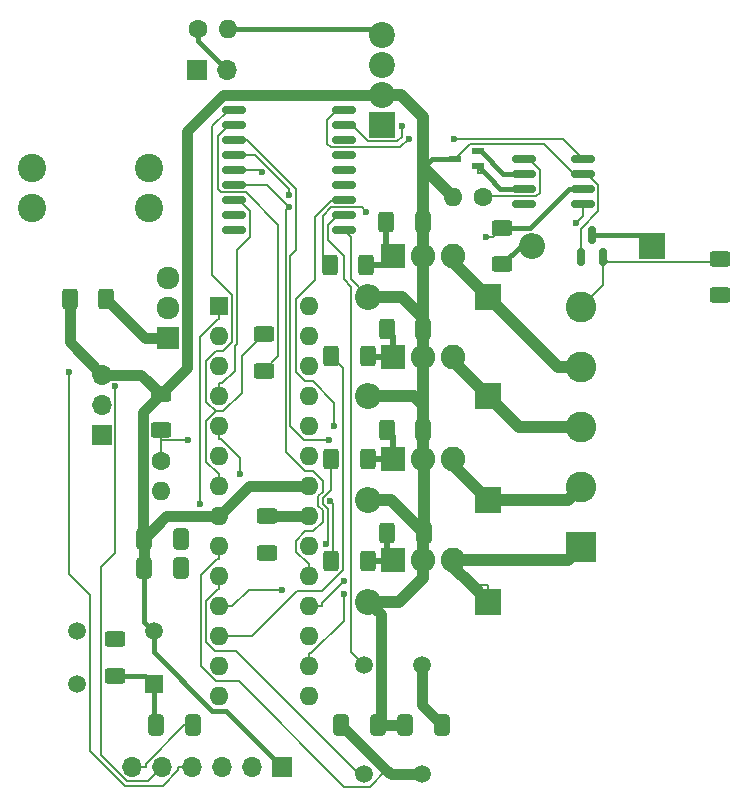
<source format=gbr>
%TF.GenerationSoftware,KiCad,Pcbnew,8.0.1-rc1*%
%TF.CreationDate,2024-06-22T18:19:48-07:00*%
%TF.ProjectId,AMS - CANBus - RGB - Pchannel,414d5320-2d20-4434-914e-427573202d20,rev?*%
%TF.SameCoordinates,Original*%
%TF.FileFunction,Copper,L2,Bot*%
%TF.FilePolarity,Positive*%
%FSLAX46Y46*%
G04 Gerber Fmt 4.6, Leading zero omitted, Abs format (unit mm)*
G04 Created by KiCad (PCBNEW 8.0.1-rc1) date 2024-06-22 18:19:48*
%MOMM*%
%LPD*%
G01*
G04 APERTURE LIST*
G04 Aperture macros list*
%AMRoundRect*
0 Rectangle with rounded corners*
0 $1 Rounding radius*
0 $2 $3 $4 $5 $6 $7 $8 $9 X,Y pos of 4 corners*
0 Add a 4 corners polygon primitive as box body*
4,1,4,$2,$3,$4,$5,$6,$7,$8,$9,$2,$3,0*
0 Add four circle primitives for the rounded corners*
1,1,$1+$1,$2,$3*
1,1,$1+$1,$4,$5*
1,1,$1+$1,$6,$7*
1,1,$1+$1,$8,$9*
0 Add four rect primitives between the rounded corners*
20,1,$1+$1,$2,$3,$4,$5,0*
20,1,$1+$1,$4,$5,$6,$7,0*
20,1,$1+$1,$6,$7,$8,$9,0*
20,1,$1+$1,$8,$9,$2,$3,0*%
G04 Aperture macros list end*
%TA.AperFunction,ComponentPad*%
%ADD10R,2.085000X2.085000*%
%TD*%
%TA.AperFunction,ComponentPad*%
%ADD11C,2.085000*%
%TD*%
%TA.AperFunction,ComponentPad*%
%ADD12C,1.600000*%
%TD*%
%TA.AperFunction,ComponentPad*%
%ADD13O,1.600000X1.600000*%
%TD*%
%TA.AperFunction,ComponentPad*%
%ADD14R,2.200000X2.200000*%
%TD*%
%TA.AperFunction,ComponentPad*%
%ADD15O,2.200000X2.200000*%
%TD*%
%TA.AperFunction,ComponentPad*%
%ADD16C,2.200000*%
%TD*%
%TA.AperFunction,ComponentPad*%
%ADD17R,2.600000X2.600000*%
%TD*%
%TA.AperFunction,ComponentPad*%
%ADD18C,2.600000*%
%TD*%
%TA.AperFunction,ComponentPad*%
%ADD19R,1.700000X1.700000*%
%TD*%
%TA.AperFunction,ComponentPad*%
%ADD20O,1.700000X1.700000*%
%TD*%
%TA.AperFunction,ComponentPad*%
%ADD21C,2.400000*%
%TD*%
%TA.AperFunction,ComponentPad*%
%ADD22R,1.600000X1.600000*%
%TD*%
%TA.AperFunction,ComponentPad*%
%ADD23R,1.920000X1.920000*%
%TD*%
%TA.AperFunction,ComponentPad*%
%ADD24C,1.920000*%
%TD*%
%TA.AperFunction,ComponentPad*%
%ADD25C,1.500000*%
%TD*%
%TA.AperFunction,ComponentPad*%
%ADD26R,1.500000X1.500000*%
%TD*%
%TA.AperFunction,SMDPad,CuDef*%
%ADD27RoundRect,0.250000X-0.400000X-0.625000X0.400000X-0.625000X0.400000X0.625000X-0.400000X0.625000X0*%
%TD*%
%TA.AperFunction,SMDPad,CuDef*%
%ADD28RoundRect,0.250000X-0.412500X-0.650000X0.412500X-0.650000X0.412500X0.650000X-0.412500X0.650000X0*%
%TD*%
%TA.AperFunction,SMDPad,CuDef*%
%ADD29RoundRect,0.150000X0.825000X0.150000X-0.825000X0.150000X-0.825000X-0.150000X0.825000X-0.150000X0*%
%TD*%
%TA.AperFunction,SMDPad,CuDef*%
%ADD30RoundRect,0.250000X0.400000X0.625000X-0.400000X0.625000X-0.400000X-0.625000X0.400000X-0.625000X0*%
%TD*%
%TA.AperFunction,SMDPad,CuDef*%
%ADD31RoundRect,0.250000X-0.625000X0.400000X-0.625000X-0.400000X0.625000X-0.400000X0.625000X0.400000X0*%
%TD*%
%TA.AperFunction,SMDPad,CuDef*%
%ADD32RoundRect,0.250000X0.412500X0.650000X-0.412500X0.650000X-0.412500X-0.650000X0.412500X-0.650000X0*%
%TD*%
%TA.AperFunction,SMDPad,CuDef*%
%ADD33RoundRect,0.150000X0.875000X0.150000X-0.875000X0.150000X-0.875000X-0.150000X0.875000X-0.150000X0*%
%TD*%
%TA.AperFunction,SMDPad,CuDef*%
%ADD34RoundRect,0.250000X0.625000X-0.400000X0.625000X0.400000X-0.625000X0.400000X-0.625000X-0.400000X0*%
%TD*%
%TA.AperFunction,SMDPad,CuDef*%
%ADD35RoundRect,0.150000X0.150000X-0.587500X0.150000X0.587500X-0.150000X0.587500X-0.150000X-0.587500X0*%
%TD*%
%TA.AperFunction,SMDPad,CuDef*%
%ADD36R,1.000000X0.550000*%
%TD*%
%TA.AperFunction,ViaPad*%
%ADD37C,0.600000*%
%TD*%
%TA.AperFunction,Conductor*%
%ADD38C,1.016000*%
%TD*%
%TA.AperFunction,Conductor*%
%ADD39C,0.889000*%
%TD*%
%TA.AperFunction,Conductor*%
%ADD40C,0.381000*%
%TD*%
%TA.AperFunction,Conductor*%
%ADD41C,0.200000*%
%TD*%
%TA.AperFunction,Conductor*%
%ADD42C,0.508000*%
%TD*%
G04 APERTURE END LIST*
D10*
%TO.P,Q3,1*%
%TO.N,Net-(Q3-Pad1)*%
X155667500Y-86019300D03*
D11*
%TO.P,Q3,2*%
%TO.N,GND*%
X158207500Y-86019300D03*
%TO.P,Q3,3*%
%TO.N,/OutputGNDPChannel/OUT3*%
X160747500Y-86019300D03*
%TD*%
D10*
%TO.P,Q5,1*%
%TO.N,Net-(Q5-Pad1)*%
X155667500Y-77526300D03*
D11*
%TO.P,Q5,2*%
%TO.N,GND*%
X158207500Y-77526300D03*
%TO.P,Q5,3*%
%TO.N,/OutputGNDPChannel/OUT4*%
X160747500Y-77526300D03*
%TD*%
D12*
%TO.P,R7,1*%
%TO.N,Net-(J5-Pin_2)*%
X139116100Y-58260700D03*
D13*
%TO.P,R7,2*%
%TO.N,CANBUS_L*%
X141656100Y-58260700D03*
%TD*%
D14*
%TO.P,D2,1,K*%
%TO.N,Net-(D2-K)*%
X177549500Y-76634500D03*
D15*
%TO.P,D2,2,A*%
%TO.N,/BareMinAtmel328P/PD4-D4*%
X167389500Y-76634500D03*
%TD*%
D14*
%TO.P,J1,1,Pin_1*%
%TO.N,Net-(J1-Pin_1)*%
X154748000Y-66384800D03*
D16*
%TO.P,J1,2,Pin_2*%
%TO.N,GND*%
X154748000Y-63844800D03*
%TO.P,J1,3,Pin_3*%
%TO.N,CANBUS_H*%
X154748000Y-61304800D03*
%TO.P,J1,4,Pin_4*%
%TO.N,CANBUS_L*%
X154748000Y-58764800D03*
%TD*%
D17*
%TO.P,J2,1,Pin_1*%
%TO.N,/OutputGNDPChannel/OUT1*%
X171594600Y-102105600D03*
D18*
%TO.P,J2,2,Pin_2*%
%TO.N,/OutputGNDPChannel/OUT2*%
X171594600Y-97025600D03*
%TO.P,J2,3,Pin_3*%
%TO.N,/OutputGNDPChannel/OUT3*%
X171594600Y-91945600D03*
%TO.P,J2,4,Pin_4*%
%TO.N,/OutputGNDPChannel/OUT4*%
X171594600Y-86865600D03*
%TO.P,J2,5,Pin_5*%
%TO.N,Net-(J2-Pin_5)*%
X171594600Y-81785600D03*
%TD*%
D12*
%TO.P,NTC1,1*%
%TO.N,/BareMinAtmel328P/PC0-A0*%
X135965600Y-94809500D03*
D13*
%TO.P,NTC1,2*%
%TO.N,+5V*%
X135965600Y-97349500D03*
%TD*%
D14*
%TO.P,D6,1,K*%
%TO.N,/OutputGNDPChannel/OUT4*%
X163712200Y-80926100D03*
D15*
%TO.P,D6,2,A*%
%TO.N,GND*%
X153552200Y-80926100D03*
%TD*%
D14*
%TO.P,D3,1,K*%
%TO.N,/OutputGNDPChannel/OUT1*%
X163712200Y-106759100D03*
D15*
%TO.P,D3,2,A*%
%TO.N,GND*%
X153552200Y-106759100D03*
%TD*%
D19*
%TO.P,J3,1,Pin_1*%
%TO.N,GND*%
X146254600Y-120744200D03*
D20*
%TO.P,J3,2,Pin_2*%
%TO.N,unconnected-(J3-Pin_2-Pad2)*%
X143714600Y-120744200D03*
%TO.P,J3,3,Pin_3*%
%TO.N,+5V*%
X141174600Y-120744200D03*
%TO.P,J3,4,Pin_4*%
%TO.N,/BareMinAtmel328P/PD0-RX*%
X138634600Y-120744200D03*
%TO.P,J3,5,Pin_5*%
%TO.N,/BareMinAtmel328P/PD1-TX*%
X136094600Y-120744200D03*
%TO.P,J3,6,Pin_6*%
%TO.N,Net-(J3-Pin_6)*%
X133554600Y-120744200D03*
%TD*%
D21*
%TO.P,U5,1,1*%
%TO.N,Net-(Q1-Pad3)*%
X134999500Y-70018000D03*
%TO.P,U5,2,2*%
X134999500Y-73418000D03*
%TO.P,U5,3,3*%
%TO.N,+VDC*%
X125079500Y-70018000D03*
%TO.P,U5,4,4*%
X125079500Y-73418000D03*
%TD*%
D14*
%TO.P,D5,1,K*%
%TO.N,/OutputGNDPChannel/OUT3*%
X163712200Y-89328000D03*
D15*
%TO.P,D5,2,A*%
%TO.N,GND*%
X153552200Y-89328000D03*
%TD*%
D12*
%TO.P,R6,1*%
%TO.N,Net-(U4-Rs)*%
X163265200Y-72479500D03*
D13*
%TO.P,R6,2*%
%TO.N,GND*%
X160725200Y-72479500D03*
%TD*%
D19*
%TO.P,Powerboard1,1,Pin_1*%
%TO.N,+VDC*%
X130976300Y-92602600D03*
D20*
%TO.P,Powerboard1,2,Pin_2*%
%TO.N,+5V*%
X130976300Y-90062600D03*
%TO.P,Powerboard1,3,Pin_3*%
%TO.N,GND*%
X130976300Y-87522600D03*
%TD*%
D22*
%TO.P,U2,1,~{RESET}/PC6*%
%TO.N,/BareMinAtmel328P/RESET*%
X140929500Y-81761800D03*
D13*
%TO.P,U2,2,PD0*%
%TO.N,/BareMinAtmel328P/PD0-RX*%
X140929500Y-84301800D03*
%TO.P,U2,3,PD1*%
%TO.N,/BareMinAtmel328P/PD1-TX*%
X140929500Y-86841800D03*
%TO.P,U2,4,PD2*%
%TO.N,/BareMinAtmel328P/PD2-D2*%
X140929500Y-89381800D03*
%TO.P,U2,5,PD3*%
%TO.N,/BareMinAtmel328P/PD3-D3*%
X140929500Y-91921800D03*
%TO.P,U2,6,PD4*%
%TO.N,/BareMinAtmel328P/PD4-D4*%
X140929500Y-94461800D03*
%TO.P,U2,7,VCC*%
%TO.N,+5V*%
X140929500Y-97001800D03*
%TO.P,U2,8,GND*%
%TO.N,GND*%
X140929500Y-99541800D03*
%TO.P,U2,9,XTAL1/PB6*%
%TO.N,Net-(U2-XTAL1{slash}PB6)*%
X140929500Y-102081800D03*
%TO.P,U2,10,XTAL2/PB7*%
%TO.N,Net-(U2-XTAL2{slash}PB7)*%
X140929500Y-104621800D03*
%TO.P,U2,11,PD5*%
%TO.N,/BareMinAtmel328P/PD5-D5*%
X140929500Y-107161800D03*
%TO.P,U2,12,PD6*%
%TO.N,/BareMinAtmel328P/PD6-D6*%
X140929500Y-109701800D03*
%TO.P,U2,13,PD7*%
%TO.N,/BareMinAtmel328P/PD7-D7*%
X140929500Y-112241800D03*
%TO.P,U2,14,PB0*%
%TO.N,/BareMinAtmel328P/PB0-D8*%
X140929500Y-114781800D03*
%TO.P,U2,15,PB1*%
%TO.N,/BareMinAtmel328P/PB1-D9*%
X148549500Y-114781800D03*
%TO.P,U2,16,PB2*%
%TO.N,/BareMinAtmel328P/PB2-D10-SS*%
X148549500Y-112241800D03*
%TO.P,U2,17,PB3*%
%TO.N,/BareMinAtmel328P/PB3-D11-MOSI*%
X148549500Y-109701800D03*
%TO.P,U2,18,PB4*%
%TO.N,/BareMinAtmel328P/PB4-D12-MISO*%
X148549500Y-107161800D03*
%TO.P,U2,19,PB5*%
%TO.N,/BareMinAtmel328P/PB5-D13-SCK*%
X148549500Y-104621800D03*
%TO.P,U2,20,AVCC*%
%TO.N,+5V*%
X148549500Y-102081800D03*
%TO.P,U2,21,AREF*%
%TO.N,/BareMinAtmel328P/AREF*%
X148549500Y-99541800D03*
%TO.P,U2,22,GND*%
%TO.N,GND*%
X148549500Y-97001800D03*
%TO.P,U2,23,PC0*%
%TO.N,/BareMinAtmel328P/PC0-A0*%
X148549500Y-94461800D03*
%TO.P,U2,24,PC1*%
%TO.N,/BareMinAtmel328P/PC1-A1*%
X148549500Y-91921800D03*
%TO.P,U2,25,PC2*%
%TO.N,/BareMinAtmel328P/PC2-A2*%
X148549500Y-89381800D03*
%TO.P,U2,26,PC3*%
%TO.N,/BareMinAtmel328P/PC3-A3*%
X148549500Y-86841800D03*
%TO.P,U2,27,PC4*%
%TO.N,/BareMinAtmel328P/PC4-A4-SDA*%
X148549500Y-84301800D03*
%TO.P,U2,28,PC5*%
%TO.N,/BareMinAtmel328P/PC5-A5-SCL*%
X148549500Y-81761800D03*
%TD*%
D19*
%TO.P,J5,1,Pin_1*%
%TO.N,CANBUS_H*%
X139049600Y-61738500D03*
D20*
%TO.P,J5,2,Pin_2*%
%TO.N,Net-(J5-Pin_2)*%
X141589600Y-61738500D03*
%TD*%
D23*
%TO.P,Q1,1*%
%TO.N,Net-(Q1-Pad1)*%
X136586000Y-84423600D03*
D24*
%TO.P,Q1,2*%
%TO.N,Net-(J1-Pin_1)*%
X136586000Y-81883600D03*
%TO.P,Q1,3*%
%TO.N,Net-(Q1-Pad3)*%
X136586000Y-79343600D03*
%TD*%
D25*
%TO.P,Y2,1,1*%
%TO.N,Net-(U3-OSC1)*%
X153203400Y-112099600D03*
%TO.P,Y2,2,2*%
%TO.N,Net-(U3-OSC2)*%
X158083400Y-112099600D03*
%TD*%
D14*
%TO.P,D4,1,K*%
%TO.N,/OutputGNDPChannel/OUT2*%
X163712200Y-98155100D03*
D15*
%TO.P,D4,2,A*%
%TO.N,GND*%
X153552200Y-98155100D03*
%TD*%
D26*
%TO.P,Reset1,1,NO_1*%
%TO.N,/BareMinAtmel328P/RESET*%
X135385300Y-113752500D03*
D25*
%TO.P,Reset1,2,NO_2*%
%TO.N,unconnected-(Reset1-NO_2-Pad2)*%
X128885300Y-113752500D03*
%TO.P,Reset1,3,COM_1*%
%TO.N,GND*%
X135385300Y-109252500D03*
%TO.P,Reset1,4,COM_2*%
%TO.N,unconnected-(Reset1-COM_2-Pad4)*%
X128885300Y-109252500D03*
%TD*%
%TO.P,Y1,1,1*%
%TO.N,Net-(U2-XTAL2{slash}PB7)*%
X153178500Y-121354000D03*
%TO.P,Y1,2,2*%
%TO.N,Net-(U2-XTAL1{slash}PB6)*%
X158058500Y-121354000D03*
%TD*%
D10*
%TO.P,Q2,1*%
%TO.N,Net-(Q2-Pad1)*%
X155667500Y-103267000D03*
D11*
%TO.P,Q2,2*%
%TO.N,GND*%
X158207500Y-103267000D03*
%TO.P,Q2,3*%
%TO.N,/OutputGNDPChannel/OUT1*%
X160747500Y-103267000D03*
%TD*%
D10*
%TO.P,Q4,1*%
%TO.N,Net-(Q4-Pad1)*%
X155667500Y-94673500D03*
D11*
%TO.P,Q4,2*%
%TO.N,GND*%
X158207500Y-94673500D03*
%TO.P,Q4,3*%
%TO.N,/OutputGNDPChannel/OUT2*%
X160747500Y-94673500D03*
%TD*%
D27*
%TO.P,R12,1*%
%TO.N,/BareMinAtmel328P/PD5-D5*%
X150432000Y-94641200D03*
%TO.P,R12,2*%
%TO.N,Net-(Q4-Pad1)*%
X153532000Y-94641200D03*
%TD*%
%TO.P,R14,1*%
%TO.N,/BareMinAtmel328P/PB2-D10-SS*%
X150286100Y-78257000D03*
%TO.P,R14,2*%
%TO.N,Net-(Q5-Pad1)*%
X153386100Y-78257000D03*
%TD*%
D28*
%TO.P,C2,1*%
%TO.N,Net-(U2-XTAL1{slash}PB6)*%
X151273200Y-117184300D03*
%TO.P,C2,2*%
%TO.N,GND*%
X154398200Y-117184300D03*
%TD*%
D29*
%TO.P,U4,1,TXD*%
%TO.N,/CANBUS-MCP2515/TXtoCANTC*%
X171716100Y-69250200D03*
%TO.P,U4,2,VSS*%
%TO.N,GND*%
X171716100Y-70520200D03*
%TO.P,U4,3,VDD*%
%TO.N,+5V*%
X171716100Y-71790200D03*
%TO.P,U4,4,RXD*%
%TO.N,/CANBUS-MCP2515/RXtoCANTC*%
X171716100Y-73060200D03*
%TO.P,U4,5,Vref*%
%TO.N,unconnected-(U4-Vref-Pad5)*%
X166766100Y-73060200D03*
%TO.P,U4,6,CANL*%
%TO.N,CANBUS_L*%
X166766100Y-71790200D03*
%TO.P,U4,7,CANH*%
%TO.N,CANBUS_H*%
X166766100Y-70520200D03*
%TO.P,U4,8,Rs*%
%TO.N,Net-(U4-Rs)*%
X166766100Y-69250200D03*
%TD*%
D30*
%TO.P,R1,1*%
%TO.N,Net-(Q1-Pad1)*%
X131364300Y-81129300D03*
%TO.P,R1,2*%
%TO.N,GND*%
X128264300Y-81129300D03*
%TD*%
D31*
%TO.P,R4,1*%
%TO.N,+5V*%
X132096400Y-109912300D03*
%TO.P,R4,2*%
%TO.N,/BareMinAtmel328P/RESET*%
X132096400Y-113012300D03*
%TD*%
D32*
%TO.P,C4,1*%
%TO.N,Net-(U3-OSC2)*%
X159775700Y-117159400D03*
%TO.P,C4,2*%
%TO.N,GND*%
X156650700Y-117159400D03*
%TD*%
D33*
%TO.P,U3,1,TXCAN*%
%TO.N,/CANBUS-MCP2515/TXtoCANTC*%
X151455100Y-65127000D03*
%TO.P,U3,2,RXCAN*%
%TO.N,/CANBUS-MCP2515/RXtoCANTC*%
X151455100Y-66397000D03*
%TO.P,U3,3,CLKOUT/SOF*%
%TO.N,unconnected-(U3-CLKOUT{slash}SOF-Pad3)*%
X151455100Y-67667000D03*
%TO.P,U3,4,~{TX0RTS}*%
%TO.N,unconnected-(U3-~{TX0RTS}-Pad4)*%
X151455100Y-68937000D03*
%TO.P,U3,5,~{TX1RTS}*%
%TO.N,unconnected-(U3-~{TX1RTS}-Pad5)*%
X151455100Y-70207000D03*
%TO.P,U3,6,~{TX2RTS}*%
%TO.N,unconnected-(U3-~{TX2RTS}-Pad6)*%
X151455100Y-71477000D03*
%TO.P,U3,7,OSC2*%
%TO.N,Net-(U3-OSC2)*%
X151455100Y-72747000D03*
%TO.P,U3,8,OSC1*%
%TO.N,Net-(U3-OSC1)*%
X151455100Y-74017000D03*
%TO.P,U3,9,VSS*%
%TO.N,GND*%
X151455100Y-75287000D03*
%TO.P,U3,10,~{RX1BF}*%
%TO.N,unconnected-(U3-~{RX1BF}-Pad10)*%
X142155100Y-75287000D03*
%TO.P,U3,11,~{RX0BF}*%
%TO.N,unconnected-(U3-~{RX0BF}-Pad11)*%
X142155100Y-74017000D03*
%TO.P,U3,12,~{INT}*%
%TO.N,/BareMinAtmel328P/PD2-D2*%
X142155100Y-72747000D03*
%TO.P,U3,13,SCK*%
%TO.N,/BareMinAtmel328P/PB5-D13-SCK*%
X142155100Y-71477000D03*
%TO.P,U3,14,SI*%
%TO.N,/BareMinAtmel328P/PB3-D11-MOSI*%
X142155100Y-70207000D03*
%TO.P,U3,15,SO*%
%TO.N,/BareMinAtmel328P/PB4-D12-MISO*%
X142155100Y-68937000D03*
%TO.P,U3,16,~{CS}*%
%TO.N,/BareMinAtmel328P/PB1-D9*%
X142155100Y-67667000D03*
%TO.P,U3,17,~{RESET}*%
%TO.N,Net-(U3-~{RESET})*%
X142155100Y-66397000D03*
%TO.P,U3,18,VDD*%
%TO.N,+5V*%
X142155100Y-65127000D03*
%TD*%
D34*
%TO.P,R5,1*%
%TO.N,Net-(U3-~{RESET})*%
X144703000Y-87196800D03*
%TO.P,R5,2*%
%TO.N,+5V*%
X144703000Y-84096800D03*
%TD*%
D31*
%TO.P,R3,1*%
%TO.N,GND*%
X135973000Y-89148700D03*
%TO.P,R3,2*%
%TO.N,/BareMinAtmel328P/PC0-A0*%
X135973000Y-92248700D03*
%TD*%
D27*
%TO.P,R15,1*%
%TO.N,Net-(Q5-Pad1)*%
X155078400Y-74588600D03*
%TO.P,R15,2*%
%TO.N,GND*%
X158178400Y-74588600D03*
%TD*%
D32*
%TO.P,C1,1*%
%TO.N,Net-(J3-Pin_6)*%
X138717100Y-117199700D03*
%TO.P,C1,2*%
%TO.N,/BareMinAtmel328P/RESET*%
X135592100Y-117199700D03*
%TD*%
D31*
%TO.P,R22,1*%
%TO.N,+5V*%
X164877800Y-75106900D03*
%TO.P,R22,2*%
%TO.N,/BareMinAtmel328P/PD4-D4*%
X164877800Y-78206900D03*
%TD*%
%TO.P,R2,1*%
%TO.N,/BareMinAtmel328P/AREF*%
X144995600Y-99509000D03*
%TO.P,R2,2*%
%TO.N,+5V*%
X144995600Y-102609000D03*
%TD*%
D27*
%TO.P,R9,1*%
%TO.N,/BareMinAtmel328P/PD3-D3*%
X150435600Y-103290900D03*
%TO.P,R9,2*%
%TO.N,Net-(Q2-Pad1)*%
X153535600Y-103290900D03*
%TD*%
%TO.P,R8,1*%
%TO.N,Net-(Q2-Pad1)*%
X155140600Y-100938400D03*
%TO.P,R8,2*%
%TO.N,GND*%
X158240600Y-100938400D03*
%TD*%
%TO.P,R13,1*%
%TO.N,Net-(Q4-Pad1)*%
X155124400Y-92187700D03*
%TO.P,R13,2*%
%TO.N,GND*%
X158224400Y-92187700D03*
%TD*%
%TO.P,R10,1*%
%TO.N,/BareMinAtmel328P/PD6-D6*%
X150425900Y-85967900D03*
%TO.P,R10,2*%
%TO.N,Net-(Q3-Pad1)*%
X153525900Y-85967900D03*
%TD*%
%TO.P,R11,1*%
%TO.N,Net-(Q3-Pad1)*%
X155093900Y-83665700D03*
%TO.P,R11,2*%
%TO.N,GND*%
X158193900Y-83665700D03*
%TD*%
D31*
%TO.P,C8,1*%
%TO.N,Net-(J2-Pin_5)*%
X183352783Y-77705903D03*
%TO.P,C8,2*%
%TO.N,GND*%
X183352783Y-80805903D03*
%TD*%
D35*
%TO.P,Q10,1,G*%
%TO.N,Net-(J2-Pin_5)*%
X173419500Y-77572000D03*
%TO.P,Q10,2,S*%
%TO.N,GND*%
X171519500Y-77572000D03*
%TO.P,Q10,3,D*%
%TO.N,Net-(D2-K)*%
X172469500Y-75697000D03*
%TD*%
D32*
%TO.P,C7,1*%
%TO.N,+5V*%
X137705500Y-103901700D03*
%TO.P,C7,2*%
%TO.N,GND*%
X134580500Y-103901700D03*
%TD*%
D36*
%TO.P,D1,1,CATHODE_1*%
%TO.N,CANBUS_H*%
X162831900Y-68594100D03*
%TO.P,D1,2,CATHODE_2*%
%TO.N,CANBUS_L*%
X162831900Y-69894100D03*
%TO.P,D1,3,COMMON_ANODE*%
%TO.N,GND*%
X160931900Y-69244100D03*
%TD*%
D32*
%TO.P,C6,1*%
%TO.N,+5V*%
X137701800Y-101431800D03*
%TO.P,C6,2*%
%TO.N,GND*%
X134576800Y-101431800D03*
%TD*%
D37*
%TO.N,GND*%
X171528320Y-77560434D03*
X154348000Y-117251000D03*
X183326998Y-80783799D03*
%TO.N,/BareMinAtmel328P/RESET*%
X139293800Y-98450600D03*
%TO.N,+5V*%
X137702000Y-101432000D03*
X144996000Y-102609000D03*
X137706000Y-103902000D03*
X132156000Y-109902000D03*
X163558900Y-75889600D03*
%TO.N,CANBUS_L*%
X166757000Y-71767400D03*
%TO.N,CANBUS_H*%
X166785000Y-70514000D03*
%TO.N,/BareMinAtmel328P/PB5-D13-SCK*%
X146858700Y-73327400D03*
%TO.N,/BareMinAtmel328P/PB3-D11-MOSI*%
X144516000Y-70415200D03*
%TO.N,/BareMinAtmel328P/PB4-D12-MISO*%
X146840600Y-72287700D03*
X151490900Y-105007700D03*
%TO.N,/BareMinAtmel328P/PD0-RX*%
X128179600Y-87334500D03*
%TO.N,/BareMinAtmel328P/PD1-TX*%
X132128000Y-88478700D03*
%TO.N,/BareMinAtmel328P/PB2-D10-SS*%
X153365600Y-73767800D03*
X151460500Y-106070300D03*
%TO.N,/BareMinAtmel328P/PD3-D3*%
X142648200Y-95966800D03*
X150320600Y-98224800D03*
%TO.N,/BareMinAtmel328P/PD5-D5*%
X146245400Y-105729300D03*
X149931000Y-101868700D03*
%TO.N,/BareMinAtmel328P/PC0-A0*%
X138312800Y-93044200D03*
%TO.N,/BareMinAtmel328P/PB1-D9*%
X150264400Y-93064100D03*
%TO.N,/CANBUS-MCP2515/RXtoCANTC*%
X171123600Y-74663400D03*
X156375800Y-66472700D03*
%TO.N,/CANBUS-MCP2515/TXtoCANTC*%
X156977500Y-67577300D03*
X160788300Y-67577300D03*
%TO.N,Net-(U3-OSC2)*%
X150689400Y-91840300D03*
%TO.N,Net-(J2-Pin_5)*%
X183327532Y-77704056D03*
%TD*%
D38*
%TO.N,GND*%
X158208000Y-104741000D02*
X158208000Y-103267000D01*
D39*
X136467000Y-99541800D02*
X134577000Y-101432000D01*
D38*
X156396000Y-80926100D02*
X158208000Y-82737800D01*
X158208000Y-86019300D02*
X158208000Y-83651600D01*
D40*
X135385000Y-110129000D02*
X135385000Y-109252000D01*
X160931900Y-69244100D02*
X158925000Y-69244100D01*
D38*
X158208000Y-69961800D02*
X158208000Y-69697600D01*
X158208000Y-77526300D02*
X158208000Y-74588600D01*
D40*
X135385000Y-111006000D02*
X135385000Y-110129000D01*
D39*
X140930000Y-99541800D02*
X143470000Y-97001800D01*
D38*
X158208000Y-103267000D02*
X158208000Y-100971000D01*
X153552200Y-98155100D02*
X155457000Y-98155100D01*
D40*
X146254900Y-120743900D02*
X141483000Y-115972000D01*
D39*
X128264000Y-84810600D02*
X130976000Y-87522600D01*
D38*
X158208000Y-83651600D02*
X158208000Y-82737800D01*
D39*
X154398000Y-117184000D02*
X156626000Y-117184000D01*
D41*
X152063800Y-79437800D02*
X152063800Y-75895700D01*
D38*
X158208000Y-74588600D02*
X158208000Y-69961800D01*
D39*
X128264000Y-81129300D02*
X128264000Y-84810600D01*
D41*
X162180200Y-67995900D02*
X168449200Y-67995900D01*
D38*
X158208000Y-94673500D02*
X158208000Y-92187700D01*
X160725000Y-72479500D02*
X158208000Y-69961800D01*
X156190000Y-106759000D02*
X158208000Y-104741000D01*
D41*
X152063800Y-75895700D02*
X151455100Y-75287000D01*
D39*
X135973000Y-89148700D02*
X138190000Y-86931200D01*
D38*
X153552200Y-89328000D02*
X157410000Y-89328000D01*
D39*
X134347000Y-87522600D02*
X135973000Y-89148700D01*
X154598000Y-107805000D02*
X154598000Y-116985000D01*
D38*
X153552000Y-106759000D02*
X156190000Y-106759000D01*
X158241000Y-100938000D02*
X158241000Y-94706600D01*
X158208000Y-65748700D02*
X156304000Y-63844800D01*
X156304000Y-63844800D02*
X154748000Y-63844800D01*
D41*
X135385000Y-110129000D02*
X135385300Y-110128700D01*
D39*
X140929500Y-99541800D02*
X136467000Y-99541800D01*
D38*
X158208000Y-82737800D02*
X158208000Y-77526300D01*
D41*
X171528320Y-77560434D02*
X171519500Y-77551614D01*
D40*
X141483000Y-115972000D02*
X140351000Y-115972000D01*
D41*
X171519500Y-77572000D02*
X171519500Y-77569254D01*
X171519500Y-75213000D02*
X173028900Y-73703600D01*
D39*
X138190000Y-66938900D02*
X141285000Y-63844800D01*
D41*
X168449200Y-67995900D02*
X170973500Y-70520200D01*
D38*
X158208000Y-92187700D02*
X158208000Y-90125300D01*
D39*
X143470000Y-97001800D02*
X148549500Y-97001800D01*
D41*
X173028900Y-71454500D02*
X172094600Y-70520200D01*
D38*
X153552200Y-80926100D02*
X156396000Y-80926100D01*
X158208000Y-69697600D02*
X158208000Y-65748700D01*
D40*
X158925000Y-69244100D02*
X158208000Y-69961800D01*
D39*
X130976300Y-87522600D02*
X134347000Y-87522600D01*
D40*
X140351000Y-115972000D02*
X135385000Y-111006000D01*
D39*
X134580000Y-103901700D02*
X134580000Y-101436000D01*
X134454000Y-101308000D02*
X134454000Y-90668200D01*
D41*
X135385300Y-110128700D02*
X135385300Y-109252500D01*
D40*
X135385000Y-109252000D02*
X134580000Y-108448000D01*
D39*
X134454000Y-90668200D02*
X135973000Y-89148700D01*
D38*
X155457000Y-98155100D02*
X158241000Y-100938000D01*
D41*
X173028900Y-73703600D02*
X173028900Y-71454500D01*
X160932000Y-69244100D02*
X162180200Y-67995900D01*
X153552100Y-80926100D02*
X152063800Y-79437800D01*
D38*
X158208000Y-90125300D02*
X158208000Y-86019300D01*
D41*
X171519500Y-77569254D02*
X171528320Y-77560434D01*
D39*
X153552200Y-106759200D02*
X154598000Y-107805000D01*
D40*
X134580000Y-108448000D02*
X134580000Y-103902000D01*
D38*
X157410000Y-89328000D02*
X158208000Y-90125300D01*
D39*
X138190000Y-86931200D02*
X138190000Y-66938900D01*
X141285000Y-63844800D02*
X154748000Y-63844800D01*
D41*
X171519500Y-77551614D02*
X171519500Y-75213000D01*
D40*
%TO.N,/BareMinAtmel328P/RESET*%
X134645000Y-113012000D02*
X135385000Y-113752000D01*
D41*
X140929500Y-82863500D02*
X140791800Y-82863500D01*
X135385000Y-115372500D02*
X135385300Y-115372200D01*
X135385300Y-115372200D02*
X135385300Y-113752500D01*
X139293800Y-84361500D02*
X139293800Y-98450600D01*
X140791800Y-82863500D02*
X139293800Y-84361500D01*
X140929500Y-81761800D02*
X140929500Y-82863500D01*
D40*
X135385000Y-113752000D02*
X135385000Y-115372500D01*
X132096700Y-113012000D02*
X134645000Y-113012000D01*
X135385000Y-115372500D02*
X135385000Y-116993000D01*
D41*
%TO.N,+5V*%
X140628500Y-85571800D02*
X139815400Y-86384900D01*
X142031200Y-84766600D02*
X141226000Y-85571800D01*
X141749500Y-65127000D02*
X140357700Y-66518800D01*
X140791800Y-95900100D02*
X139812700Y-94921000D01*
X140929500Y-95900100D02*
X140791800Y-95900100D01*
X142031200Y-80790000D02*
X142031200Y-84766600D01*
D40*
X164878000Y-75106900D02*
X167260000Y-75106900D01*
D41*
X141226000Y-85571800D02*
X140628500Y-85571800D01*
X139815400Y-86384900D02*
X139815400Y-89846300D01*
X140357700Y-79116500D02*
X142031200Y-80790000D01*
D40*
X170576000Y-71790200D02*
X171716000Y-71790200D01*
D41*
X142842100Y-85957700D02*
X144703000Y-84096800D01*
X141238500Y-90651800D02*
X142842100Y-89048200D01*
X142842100Y-89048200D02*
X142842100Y-85957700D01*
D40*
X167260000Y-75106900D02*
X170576000Y-71790200D01*
D41*
X140357700Y-66518800D02*
X140357700Y-79116500D01*
X139812700Y-91460000D02*
X140620900Y-90651800D01*
X139815400Y-89846300D02*
X140620900Y-90651800D01*
X164095100Y-75889600D02*
X164877800Y-75106900D01*
X139812700Y-94921000D02*
X139812700Y-91460000D01*
X140620900Y-90651800D02*
X141238500Y-90651800D01*
X163558900Y-75889600D02*
X164095100Y-75889600D01*
X140929500Y-97001800D02*
X140929500Y-95900100D01*
D40*
%TO.N,CANBUS_L*%
X163674700Y-70736800D02*
X164728000Y-71790200D01*
X164728000Y-71790200D02*
X166757000Y-71767400D01*
D41*
X163674700Y-70736800D02*
X163674600Y-70736800D01*
X162831900Y-69894100D02*
X162831900Y-70470800D01*
X163674600Y-70736800D02*
X163408600Y-70470800D01*
D40*
X162832000Y-69894100D02*
X163674700Y-70736800D01*
D41*
X163408600Y-70470800D02*
X162831900Y-70470800D01*
D40*
X141656100Y-58260700D02*
X154244000Y-58260700D01*
%TO.N,CANBUS_H*%
X166766000Y-70520200D02*
X164983000Y-70520200D01*
X164983000Y-70520200D02*
X163057000Y-68594100D01*
D41*
%TO.N,/BareMinAtmel328P/PB5-D13-SCK*%
X149685100Y-97441500D02*
X149685100Y-96578000D01*
X148411800Y-103520100D02*
X147433200Y-102541500D01*
X145008300Y-71477000D02*
X146858700Y-73327400D01*
X149317200Y-97809400D02*
X149685100Y-97441500D01*
X147433200Y-101598200D02*
X148219600Y-100811800D01*
X148845300Y-100811800D02*
X149685100Y-99972000D01*
X146554300Y-94055100D02*
X146554300Y-73631800D01*
X148549500Y-103520100D02*
X148411800Y-103520100D01*
X147433200Y-102541500D02*
X147433200Y-101598200D01*
X149685100Y-99972000D02*
X149685100Y-99008100D01*
X149317200Y-98640200D02*
X149317200Y-97809400D01*
X148219600Y-100811800D02*
X148845300Y-100811800D01*
X146554300Y-73631800D02*
X146858700Y-73327400D01*
X148231000Y-95731800D02*
X146554300Y-94055100D01*
X149685100Y-96578000D02*
X148838900Y-95731800D01*
X148549500Y-104621800D02*
X148549500Y-103520100D01*
X142155100Y-71477000D02*
X145008300Y-71477000D01*
X149685100Y-99008100D02*
X149317200Y-98640200D01*
X148838900Y-95731800D02*
X148231000Y-95731800D01*
%TO.N,/BareMinAtmel328P/PB3-D11-MOSI*%
X144307800Y-70207000D02*
X144516000Y-70415200D01*
X142155100Y-70207000D02*
X144307800Y-70207000D01*
%TO.N,/BareMinAtmel328P/PB4-D12-MISO*%
X146840600Y-72287700D02*
X146840600Y-71822400D01*
X146840600Y-71822400D02*
X143955200Y-68937000D01*
X148549500Y-107161800D02*
X149651200Y-107161800D01*
X149651200Y-106847400D02*
X149651200Y-107161800D01*
X151490900Y-105007700D02*
X149651200Y-106847400D01*
X143955200Y-68937000D02*
X142155100Y-68937000D01*
%TO.N,/BareMinAtmel328P/PD0-RX*%
X138634600Y-120744200D02*
X137482900Y-120744200D01*
X136148800Y-122346800D02*
X137482900Y-121012700D01*
X128179600Y-87334500D02*
X128179600Y-104396500D01*
X129955200Y-119357700D02*
X132944300Y-122346800D01*
X128179600Y-104396500D02*
X129955200Y-106172100D01*
X137482900Y-121012700D02*
X137482900Y-120744200D01*
X132944300Y-122346800D02*
X136148800Y-122346800D01*
X129955200Y-106172100D02*
X129955200Y-119357700D01*
%TO.N,/BareMinAtmel328P/PD1-TX*%
X130912800Y-103858400D02*
X132128000Y-102643200D01*
X136094600Y-120744200D02*
X134908300Y-121930500D01*
X134908300Y-121930500D02*
X133109000Y-121930500D01*
X133109000Y-121930500D02*
X130912800Y-119734300D01*
X130912800Y-119734300D02*
X130912800Y-103858400D01*
X132128000Y-102643200D02*
X132128000Y-88478700D01*
D40*
%TO.N,/BareMinAtmel328P/PD4-D4*%
X166450000Y-76634500D02*
X164878000Y-78206900D01*
X167389000Y-76634500D02*
X166450000Y-76634500D01*
D41*
%TO.N,/BareMinAtmel328P/PD6-D6*%
X150425900Y-85967900D02*
X151437700Y-86979700D01*
X151437700Y-104106400D02*
X149652300Y-105891800D01*
X149652300Y-105891800D02*
X147535000Y-105891800D01*
X147535000Y-105891800D02*
X143725000Y-109701800D01*
X151437700Y-86979700D02*
X151437700Y-104106400D01*
X143725000Y-109701800D02*
X140929500Y-109701800D01*
%TO.N,/BareMinAtmel328P/PB2-D10-SS*%
X150286100Y-78257000D02*
X149710200Y-77681100D01*
X152979800Y-73382000D02*
X153365600Y-73767800D01*
X150421200Y-73382000D02*
X152979800Y-73382000D01*
X148687200Y-111140100D02*
X151460500Y-108366800D01*
X149710200Y-74093000D02*
X150421200Y-73382000D01*
X148549500Y-112241800D02*
X148549500Y-111140100D01*
X149710200Y-77681100D02*
X149710200Y-74093000D01*
X148549500Y-111140100D02*
X148687200Y-111140100D01*
X151460500Y-108366800D02*
X151460500Y-106070300D01*
%TO.N,/BareMinAtmel328P/PD3-D3*%
X140929500Y-93023500D02*
X141067200Y-93023500D01*
X150579000Y-98483200D02*
X150320600Y-98224800D01*
X142648200Y-94604500D02*
X142648200Y-95966800D01*
X150579000Y-103147500D02*
X150579000Y-98483200D01*
X141067200Y-93023500D02*
X142648200Y-94604500D01*
X140929500Y-91921800D02*
X140929500Y-93023500D01*
%TO.N,/BareMinAtmel328P/PD5-D5*%
X149718900Y-97975700D02*
X149718900Y-98473900D01*
X142031200Y-107161800D02*
X143463700Y-105729300D01*
X150071600Y-97623100D02*
X150071500Y-97623100D01*
X150432000Y-94641200D02*
X150432000Y-97262700D01*
X150071500Y-97623100D02*
X149718900Y-97975700D01*
X150120700Y-98875600D02*
X150120700Y-101679000D01*
X140929500Y-107161800D02*
X142031200Y-107161800D01*
X149718900Y-98473900D02*
X150071500Y-98826500D01*
X150071500Y-98826500D02*
X150071600Y-98826500D01*
X150071600Y-98826500D02*
X150120700Y-98875600D01*
X143463700Y-105729300D02*
X146245400Y-105729300D01*
X150432000Y-97262700D02*
X150071600Y-97623100D01*
X150120700Y-101679000D02*
X149931000Y-101868700D01*
%TO.N,/BareMinAtmel328P/PC0-A0*%
X135965600Y-93051600D02*
X135973000Y-93044200D01*
X135973000Y-93044200D02*
X138312800Y-93044200D01*
X135965600Y-94809500D02*
X135965600Y-93051600D01*
X135973000Y-92248700D02*
X135973000Y-93044200D01*
D39*
%TO.N,Net-(Q1-Pad1)*%
X132776100Y-82541100D02*
X131364000Y-81129300D01*
X136586000Y-84423600D02*
X134659000Y-84423600D01*
D41*
X132776100Y-82541100D02*
X131364300Y-81129300D01*
D39*
X134659000Y-84423600D02*
X132776100Y-82541100D01*
%TO.N,/BareMinAtmel328P/AREF*%
X144996000Y-99509000D02*
X148517000Y-99509000D01*
D41*
%TO.N,/BareMinAtmel328P/PB1-D9*%
X147469000Y-71841300D02*
X143294700Y-67667000D01*
X143294700Y-67667000D02*
X142155100Y-67667000D01*
X146957500Y-77521800D02*
X147469000Y-77010300D01*
X147469000Y-77010300D02*
X147469000Y-71841300D01*
X146957500Y-91893900D02*
X146957500Y-77521800D01*
X148127700Y-93064100D02*
X146957500Y-91893900D01*
X150264400Y-93064100D02*
X148127700Y-93064100D01*
%TO.N,/BareMinAtmel328P/PD2-D2*%
X142636000Y-72747000D02*
X143526800Y-73637800D01*
X143526800Y-73637800D02*
X143526800Y-75887800D01*
X142235800Y-87202100D02*
X141157800Y-88280100D01*
X142441900Y-76972700D02*
X142441900Y-84923900D01*
X143526800Y-75887800D02*
X142441900Y-76972700D01*
X142441900Y-84923900D02*
X142235800Y-85130000D01*
X140929500Y-89381800D02*
X140929500Y-88280100D01*
X141157800Y-88280100D02*
X140929500Y-88280100D01*
X142235800Y-85130000D02*
X142235800Y-87202100D01*
%TO.N,/CANBUS-MCP2515/RXtoCANTC*%
X171123600Y-74663400D02*
X171716100Y-74070900D01*
X152133500Y-66397000D02*
X153523000Y-67786500D01*
X153523000Y-67786500D02*
X155987900Y-67786500D01*
X156375800Y-67398600D02*
X156375800Y-66472700D01*
X171716100Y-74070900D02*
X171716100Y-73060200D01*
X155987900Y-67786500D02*
X156375800Y-67398600D01*
%TO.N,/CANBUS-MCP2515/TXtoCANTC*%
X150088000Y-67990400D02*
X150399600Y-68302000D01*
X150088000Y-65982400D02*
X150088000Y-67990400D01*
X150399600Y-68302000D02*
X156252800Y-68302000D01*
X150943400Y-65127000D02*
X150088000Y-65982400D01*
X170043200Y-67577300D02*
X160788300Y-67577300D01*
X171716100Y-69250200D02*
X170043200Y-67577300D01*
X156252800Y-68302000D02*
X156977500Y-67577300D01*
%TO.N,Net-(J3-Pin_6)*%
X137982300Y-117199700D02*
X134706300Y-120475700D01*
X133554600Y-120744200D02*
X134706300Y-120744200D01*
X134706300Y-120475700D02*
X134706300Y-120744200D01*
X138717100Y-117199700D02*
X137982300Y-117199700D01*
%TO.N,Net-(U2-XTAL1{slash}PB6)*%
X140701200Y-103183500D02*
X140929500Y-103183500D01*
X140929500Y-102081800D02*
X140929500Y-103183500D01*
X153669700Y-122413300D02*
X151474500Y-122413300D01*
X139354700Y-112232700D02*
X139354700Y-104530000D01*
X152453800Y-118364800D02*
X152453700Y-118364800D01*
X155086000Y-120997000D02*
X153669700Y-122413300D01*
X152453700Y-118364800D02*
X151273200Y-117184300D01*
X140633800Y-113511800D02*
X139354700Y-112232700D01*
X139354700Y-104530000D02*
X140701200Y-103183500D01*
D39*
X158058500Y-121354000D02*
X155443000Y-121354000D01*
X155443000Y-121354000D02*
X155086000Y-120997000D01*
X155086000Y-120997000D02*
X152453800Y-118364800D01*
D41*
X142573000Y-113511800D02*
X140633800Y-113511800D01*
D39*
X152453800Y-118364800D02*
X151273000Y-117184000D01*
D41*
X151474500Y-122413300D02*
X142573000Y-113511800D01*
%TO.N,Net-(U2-XTAL2{slash}PB7)*%
X140929500Y-105723500D02*
X140791800Y-105723500D01*
X142375800Y-110971800D02*
X152758000Y-121354000D01*
X139781000Y-106734300D02*
X139781000Y-110138400D01*
X140614400Y-110971800D02*
X142375800Y-110971800D01*
X139781000Y-110138400D02*
X140614400Y-110971800D01*
X140929500Y-104621800D02*
X140929500Y-105723500D01*
X140791800Y-105723500D02*
X139781000Y-106734300D01*
%TO.N,Net-(U3-OSC2)*%
X150689400Y-89956900D02*
X150689400Y-91840300D01*
X149009200Y-79521600D02*
X147403500Y-81127300D01*
X147403500Y-87281300D02*
X148234000Y-88111800D01*
X158083000Y-113783500D02*
X158083400Y-113783100D01*
X150481800Y-72747000D02*
X149009200Y-74219600D01*
X151455100Y-72747000D02*
X150481800Y-72747000D01*
X158083400Y-113783100D02*
X158083400Y-112099600D01*
D39*
X158083000Y-112100000D02*
X158083000Y-113783500D01*
D41*
X158929500Y-116313000D02*
X159775700Y-117159200D01*
X148844300Y-88111800D02*
X150689400Y-89956900D01*
X148234000Y-88111800D02*
X148844300Y-88111800D01*
D39*
X158083000Y-115467000D02*
X158929500Y-116313000D01*
D41*
X149009200Y-74219600D02*
X149009200Y-79521600D01*
X147403500Y-81127300D02*
X147403500Y-87281300D01*
D39*
X158929500Y-116313000D02*
X159776000Y-117159000D01*
X158083000Y-113783500D02*
X158083000Y-115467000D01*
D41*
%TO.N,Net-(U3-OSC1)*%
X150121100Y-74851300D02*
X150955400Y-74017000D01*
X152116700Y-80087600D02*
X151455100Y-79426000D01*
X151455100Y-77481000D02*
X150121100Y-76147000D01*
X151455100Y-79426000D02*
X151455100Y-77481000D01*
X150121100Y-76147000D02*
X150121100Y-74851300D01*
X152116700Y-111012900D02*
X152116700Y-80087600D01*
X153203400Y-112099600D02*
X152116700Y-111012900D01*
D40*
%TO.N,Net-(J5-Pin_2)*%
X139116000Y-59265000D02*
X139116000Y-58710700D01*
X141589800Y-61738300D02*
X139116000Y-59265000D01*
D41*
%TO.N,Net-(U3-~{RESET})*%
X143190000Y-72112000D02*
X141122400Y-72112000D01*
X145934600Y-85965200D02*
X145934600Y-74856600D01*
X145934600Y-74856600D02*
X143190000Y-72112000D01*
X140793600Y-67325800D02*
X141722400Y-66397000D01*
X141122400Y-72112000D02*
X140793600Y-71783200D01*
X140793600Y-71783200D02*
X140793600Y-67325800D01*
X144703000Y-87196800D02*
X145934600Y-85965200D01*
%TO.N,Net-(U4-Rs)*%
X168104900Y-72112700D02*
X167792400Y-72425200D01*
X168104900Y-70237900D02*
X168104900Y-72112700D01*
X167792400Y-72425200D02*
X163319500Y-72425200D01*
X167117200Y-69250200D02*
X168104900Y-70237900D01*
D38*
%TO.N,/OutputGNDPChannel/OUT1*%
X163712000Y-106759000D02*
X162230000Y-105276500D01*
X170433000Y-103267000D02*
X171595000Y-102106000D01*
X160748000Y-103267000D02*
X170433000Y-103267000D01*
D41*
X162230000Y-105276500D02*
X162310900Y-105357400D01*
D38*
X162230000Y-105276500D02*
X160748000Y-103794000D01*
D41*
X163712200Y-106759100D02*
X163712200Y-105357400D01*
X162310900Y-105357400D02*
X163712200Y-105357400D01*
D38*
%TO.N,/OutputGNDPChannel/OUT2*%
X170465000Y-98155100D02*
X171594800Y-97025800D01*
X163712200Y-98155100D02*
X170465000Y-98155100D01*
X160748000Y-95190500D02*
X163712000Y-98155100D01*
D42*
%TO.N,Net-(Q3-Pad1)*%
X154014000Y-86041700D02*
X154036000Y-86019300D01*
X153526000Y-85967900D02*
X153940000Y-85967900D01*
X154036000Y-86019300D02*
X155667500Y-86019300D01*
X155668000Y-86019300D02*
X155668000Y-84239300D01*
X153940000Y-85967900D02*
X154014000Y-86041700D01*
X155668000Y-84239300D02*
X155381000Y-83952500D01*
%TO.N,Net-(Q5-Pad1)*%
X154937000Y-78257000D02*
X153386100Y-78257000D01*
X155078000Y-74588600D02*
X155078000Y-76937100D01*
D38*
%TO.N,/OutputGNDPChannel/OUT3*%
X160748000Y-86363300D02*
X163712000Y-89328000D01*
X166330000Y-91945600D02*
X171594600Y-91945600D01*
X163712100Y-89328100D02*
X166330000Y-91945600D01*
%TO.N,/OutputGNDPChannel/OUT4*%
X160748000Y-77961400D02*
X163712000Y-80926100D01*
X163712100Y-80926200D02*
X169652000Y-86865600D01*
X169652000Y-86865600D02*
X171594600Y-86865600D01*
D42*
%TO.N,Net-(Q2-Pad1)*%
X155141000Y-102740000D02*
X155141000Y-100938400D01*
X153536000Y-103291000D02*
X155644000Y-103291000D01*
%TO.N,Net-(Q4-Pad1)*%
X155668000Y-92730800D02*
X155124200Y-92187900D01*
X155668000Y-94673500D02*
X155668000Y-92730800D01*
X153532000Y-94641200D02*
X155635000Y-94641200D01*
D41*
%TO.N,Net-(J2-Pin_5)*%
X173419500Y-77572000D02*
X173419500Y-79960700D01*
X173882000Y-78034500D02*
X173419500Y-77572000D01*
X183327532Y-77704056D02*
X182997088Y-78034500D01*
X182997088Y-78034500D02*
X173882000Y-78034500D01*
X173419500Y-79960700D02*
X171594600Y-81785600D01*
D40*
%TO.N,Net-(D2-K)*%
X172469500Y-75697000D02*
X176612000Y-75697000D01*
X176612000Y-75697000D02*
X177549000Y-76634500D01*
%TD*%
M02*

</source>
